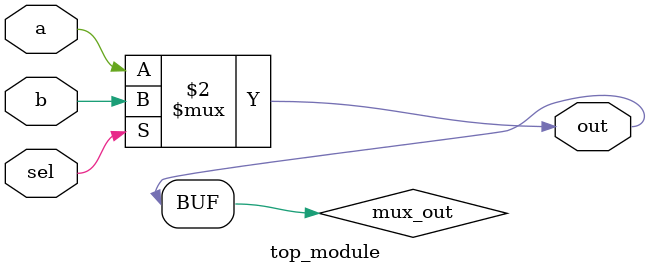
<source format=sv>
module top_module (
	input a,
	input b,
	input sel,
	output out
);

	// Internal wire for the multiplexer
	wire mux_out;

	// 2-to-1 multiplexer implementation
	assign mux_out = (sel == 0) ? a : b;

	// Assign the output of the multiplexer to the 'out' output port
	assign out = mux_out;

endmodule

</source>
